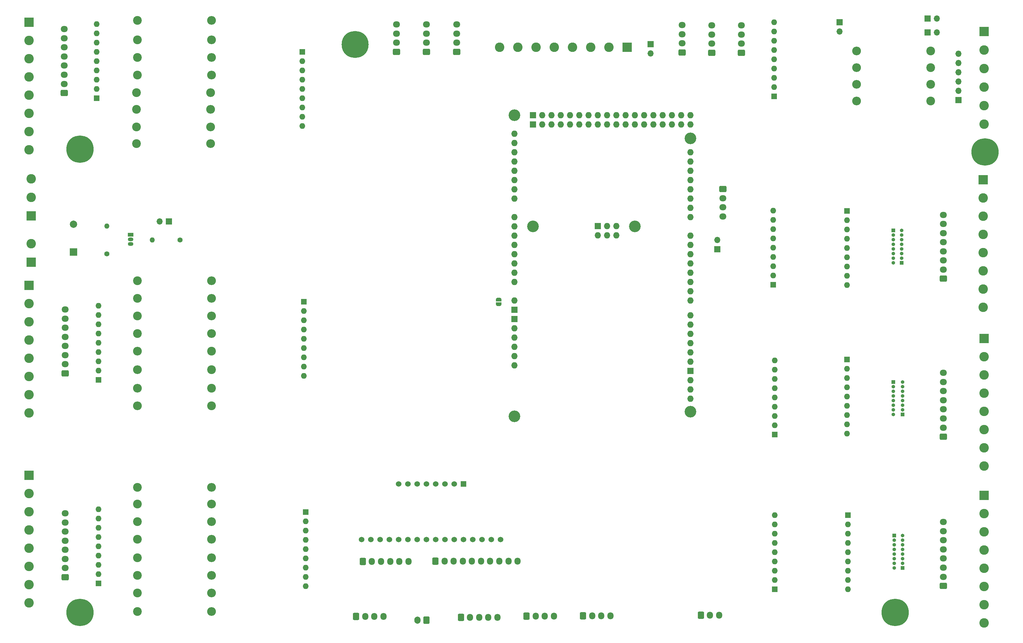
<source format=gbr>
%TF.GenerationSoftware,KiCad,Pcbnew,(6.0.6)*%
%TF.CreationDate,2023-01-13T15:08:00+05:30*%
%TF.ProjectId,MegaController,4d656761-436f-46e7-9472-6f6c6c65722e,V2.0*%
%TF.SameCoordinates,Original*%
%TF.FileFunction,Soldermask,Bot*%
%TF.FilePolarity,Negative*%
%FSLAX46Y46*%
G04 Gerber Fmt 4.6, Leading zero omitted, Abs format (unit mm)*
G04 Created by KiCad (PCBNEW (6.0.6)) date 2023-01-13 15:08:00*
%MOMM*%
%LPD*%
G01*
G04 APERTURE LIST*
G04 Aperture macros list*
%AMRoundRect*
0 Rectangle with rounded corners*
0 $1 Rounding radius*
0 $2 $3 $4 $5 $6 $7 $8 $9 X,Y pos of 4 corners*
0 Add a 4 corners polygon primitive as box body*
4,1,4,$2,$3,$4,$5,$6,$7,$8,$9,$2,$3,0*
0 Add four circle primitives for the rounded corners*
1,1,$1+$1,$2,$3*
1,1,$1+$1,$4,$5*
1,1,$1+$1,$6,$7*
1,1,$1+$1,$8,$9*
0 Add four rect primitives between the rounded corners*
20,1,$1+$1,$2,$3,$4,$5,0*
20,1,$1+$1,$4,$5,$6,$7,0*
20,1,$1+$1,$6,$7,$8,$9,0*
20,1,$1+$1,$8,$9,$2,$3,0*%
%AMFreePoly0*
4,1,22,0.500000,-0.750000,0.000000,-0.750000,0.000000,-0.745033,-0.079941,-0.743568,-0.215256,-0.701293,-0.333266,-0.622738,-0.424486,-0.514219,-0.481581,-0.384460,-0.499164,-0.250000,-0.500000,-0.250000,-0.500000,0.250000,-0.499164,0.250000,-0.499963,0.256109,-0.478152,0.396186,-0.417904,0.524511,-0.324060,0.630769,-0.204165,0.706417,-0.067858,0.745374,0.000000,0.744959,0.000000,0.750000,
0.500000,0.750000,0.500000,-0.750000,0.500000,-0.750000,$1*%
%AMFreePoly1*
4,1,20,0.000000,0.744959,0.073905,0.744508,0.209726,0.703889,0.328688,0.626782,0.421226,0.519385,0.479903,0.390333,0.500000,0.250000,0.500000,-0.250000,0.499851,-0.262216,0.476331,-0.402017,0.414519,-0.529596,0.319384,-0.634700,0.198574,-0.708877,0.061801,-0.746166,0.000000,-0.745033,0.000000,-0.750000,-0.500000,-0.750000,-0.500000,0.750000,0.000000,0.750000,0.000000,0.744959,
0.000000,0.744959,$1*%
G04 Aperture macros list end*
%ADD10O,1.700000X1.950000*%
%ADD11RoundRect,0.250000X-0.600000X-0.725000X0.600000X-0.725000X0.600000X0.725000X-0.600000X0.725000X0*%
%ADD12R,1.530000X1.530000*%
%ADD13C,1.530000*%
%ADD14R,1.600000X1.600000*%
%ADD15O,1.600000X1.600000*%
%ADD16R,1.500000X1.050000*%
%ADD17O,1.500000X1.050000*%
%ADD18C,2.400000*%
%ADD19O,2.400000X2.400000*%
%ADD20RoundRect,0.250000X0.725000X-0.600000X0.725000X0.600000X-0.725000X0.600000X-0.725000X-0.600000X0*%
%ADD21O,1.950000X1.700000*%
%ADD22C,1.400000*%
%ADD23O,1.400000X1.400000*%
%ADD24C,7.400000*%
%ADD25R,1.700000X1.700000*%
%ADD26O,1.700000X1.700000*%
%ADD27C,7.500000*%
%ADD28R,2.600000X2.600000*%
%ADD29C,2.600000*%
%ADD30O,1.700000X2.000000*%
%ADD31RoundRect,0.250000X0.600000X0.750000X-0.600000X0.750000X-0.600000X-0.750000X0.600000X-0.750000X0*%
%ADD32RoundRect,0.250000X-0.725000X0.600000X-0.725000X-0.600000X0.725000X-0.600000X0.725000X0.600000X0*%
%ADD33R,2.000000X2.000000*%
%ADD34C,2.000000*%
%ADD35O,1.727200X1.727200*%
%ADD36C,3.200000*%
%ADD37R,1.727200X1.727200*%
%ADD38R,1.000000X1.000000*%
%ADD39O,1.000000X1.000000*%
%ADD40FreePoly0,90.000000*%
%ADD41FreePoly1,90.000000*%
G04 APERTURE END LIST*
D10*
%TO.C,J39*%
X202250000Y-209007500D03*
X199750000Y-209007500D03*
X197250000Y-209007500D03*
X194750000Y-209007500D03*
X192250000Y-209007500D03*
X189750000Y-209007500D03*
X187250000Y-209007500D03*
X184750000Y-209007500D03*
X182250000Y-209007500D03*
D11*
X179750000Y-209007500D03*
%TD*%
%TO.C,J38*%
X159825000Y-209082500D03*
D10*
X162325000Y-209082500D03*
X164825000Y-209082500D03*
X167325000Y-209082500D03*
X169825000Y-209082500D03*
X172325000Y-209082500D03*
%TD*%
D12*
%TO.C,TB1*%
X187415000Y-187805000D03*
D13*
X184875000Y-187805000D03*
X182335000Y-187805000D03*
X179795000Y-187805000D03*
X177255000Y-187805000D03*
X174715000Y-187805000D03*
X172175000Y-187805000D03*
X169635000Y-187805000D03*
X197575000Y-203045000D03*
X195035000Y-203045000D03*
X192495000Y-203045000D03*
X189955000Y-203045000D03*
X187415000Y-203045000D03*
X184875000Y-203045000D03*
X182335000Y-203045000D03*
X179795000Y-203045000D03*
X177255000Y-203045000D03*
X174715000Y-203045000D03*
X172175000Y-203045000D03*
X169635000Y-203045000D03*
X167095000Y-203045000D03*
X164555000Y-203045000D03*
X162015000Y-203045000D03*
X159475000Y-203045000D03*
%TD*%
D14*
%TO.C,RN4*%
X272340000Y-133197000D03*
D15*
X272340000Y-130657000D03*
X272340000Y-128117000D03*
X272340000Y-125577000D03*
X272340000Y-123037000D03*
X272340000Y-120497000D03*
X272340000Y-117957000D03*
X272340000Y-115417000D03*
X272340000Y-112877000D03*
%TD*%
D14*
%TO.C,RN3*%
X292862000Y-196327000D03*
D15*
X292862000Y-198867000D03*
X292862000Y-201407000D03*
X292862000Y-203947000D03*
X292862000Y-206487000D03*
X292862000Y-209027000D03*
X292862000Y-211567000D03*
X292862000Y-214107000D03*
X292862000Y-216647000D03*
%TD*%
D16*
%TO.C,Q1*%
X96190000Y-119530000D03*
D17*
X96190000Y-120800000D03*
X96190000Y-122070000D03*
%TD*%
D18*
%TO.C,R6*%
X98044000Y-193330000D03*
D19*
X118364000Y-193330000D03*
%TD*%
D18*
%TO.C,R27*%
X97790000Y-80518000D03*
D19*
X118110000Y-80518000D03*
%TD*%
D20*
%TO.C,J37*%
X247396000Y-69522000D03*
D21*
X247396000Y-67022000D03*
X247396000Y-64522000D03*
X247396000Y-62022000D03*
%TD*%
D14*
%TO.C,RN1*%
X292608000Y-112989000D03*
D15*
X292608000Y-115529000D03*
X292608000Y-118069000D03*
X292608000Y-120609000D03*
X292608000Y-123149000D03*
X292608000Y-125689000D03*
X292608000Y-128229000D03*
X292608000Y-130769000D03*
X292608000Y-133309000D03*
%TD*%
D22*
%TO.C,R17*%
X109728000Y-120894000D03*
D23*
X102108000Y-120894000D03*
%TD*%
D18*
%TO.C,R4*%
X315519000Y-69088000D03*
D19*
X295199000Y-69088000D03*
%TD*%
D24*
%TO.C,H3*%
X157750000Y-67350000D03*
%TD*%
D25*
%TO.C,JP7*%
X314701000Y-60198000D03*
D26*
X317241000Y-60198000D03*
%TD*%
D14*
%TO.C,RN8*%
X144196000Y-195557000D03*
D15*
X144196000Y-198097000D03*
X144196000Y-200637000D03*
X144196000Y-203177000D03*
X144196000Y-205717000D03*
X144196000Y-208257000D03*
X144196000Y-210797000D03*
X144196000Y-213337000D03*
X144196000Y-215877000D03*
%TD*%
D20*
%TO.C,J36*%
X255524000Y-69596000D03*
D21*
X255524000Y-67096000D03*
X255524000Y-64596000D03*
X255524000Y-62096000D03*
%TD*%
D18*
%TO.C,R10*%
X98044000Y-212852000D03*
D19*
X118364000Y-212852000D03*
%TD*%
D20*
%TO.C,J35*%
X263652000Y-69596000D03*
D21*
X263652000Y-67096000D03*
X263652000Y-64596000D03*
X263652000Y-62096000D03*
%TD*%
D27*
%TO.C,H1*%
X305816000Y-223000000D03*
%TD*%
D20*
%TO.C,J15*%
X77961000Y-80632000D03*
D21*
X77961000Y-78132000D03*
X77961000Y-75632000D03*
X77961000Y-73132000D03*
X77961000Y-70632000D03*
X77961000Y-68132000D03*
X77961000Y-65632000D03*
X77961000Y-63132000D03*
%TD*%
D28*
%TO.C,J12*%
X68885000Y-127005000D03*
D29*
X68885000Y-121925000D03*
%TD*%
D18*
%TO.C,R15*%
X98044000Y-141732000D03*
D19*
X118364000Y-141732000D03*
%TD*%
D14*
%TO.C,RN9*%
X143625000Y-137825000D03*
D15*
X143625000Y-140365000D03*
X143625000Y-142905000D03*
X143625000Y-145445000D03*
X143625000Y-147985000D03*
X143625000Y-150525000D03*
X143625000Y-153065000D03*
X143625000Y-155605000D03*
X143625000Y-158145000D03*
%TD*%
D25*
%TO.C,J10*%
X323139000Y-82550000D03*
D26*
X323139000Y-80010000D03*
X323139000Y-77470000D03*
X323139000Y-74930000D03*
X323139000Y-72390000D03*
X323139000Y-69850000D03*
%TD*%
D18*
%TO.C,R29*%
X97790000Y-89916000D03*
D19*
X118110000Y-89916000D03*
%TD*%
D14*
%TO.C,RN12*%
X87376000Y-159273000D03*
D15*
X87376000Y-156733000D03*
X87376000Y-154193000D03*
X87376000Y-151653000D03*
X87376000Y-149113000D03*
X87376000Y-146573000D03*
X87376000Y-144033000D03*
X87376000Y-141493000D03*
X87376000Y-138953000D03*
%TD*%
D18*
%TO.C,R30*%
X97790000Y-94488000D03*
D19*
X118110000Y-94488000D03*
%TD*%
D18*
%TO.C,R14*%
X98044000Y-136906000D03*
D19*
X118364000Y-136906000D03*
%TD*%
D14*
%TO.C,RN11*%
X87393000Y-215039000D03*
D15*
X87393000Y-212499000D03*
X87393000Y-209959000D03*
X87393000Y-207419000D03*
X87393000Y-204879000D03*
X87393000Y-202339000D03*
X87393000Y-199799000D03*
X87393000Y-197259000D03*
X87393000Y-194719000D03*
%TD*%
D20*
%TO.C,J19*%
X319024000Y-131546000D03*
D21*
X319024000Y-129046000D03*
X319024000Y-126546000D03*
X319024000Y-124046000D03*
X319024000Y-121546000D03*
X319024000Y-119046000D03*
X319024000Y-116546000D03*
X319024000Y-114046000D03*
%TD*%
D25*
%TO.C,JP2*%
X106680000Y-115814000D03*
D26*
X104140000Y-115814000D03*
%TD*%
D30*
%TO.C,J28*%
X174799000Y-225116000D03*
D31*
X177299000Y-225116000D03*
%TD*%
D28*
%TO.C,J31*%
X68326000Y-185420000D03*
D29*
X68326000Y-190420000D03*
X68326000Y-195420000D03*
X68326000Y-200420000D03*
X68326000Y-205420000D03*
X68326000Y-210420000D03*
X68326000Y-215420000D03*
X68326000Y-220420000D03*
%TD*%
D20*
%TO.C,J33*%
X177306000Y-69342000D03*
D21*
X177306000Y-66842000D03*
X177306000Y-64342000D03*
X177306000Y-61842000D03*
%TD*%
D18*
%TO.C,R19*%
X118364000Y-151384000D03*
D19*
X98044000Y-151384000D03*
%TD*%
D18*
%TO.C,R21*%
X118364000Y-161544000D03*
D19*
X98044000Y-161544000D03*
%TD*%
D11*
%TO.C,J24*%
X204725000Y-224071000D03*
D10*
X207225000Y-224071000D03*
X209725000Y-224071000D03*
X212225000Y-224071000D03*
%TD*%
D25*
%TO.C,JP6*%
X314706000Y-64008000D03*
D26*
X317246000Y-64008000D03*
%TD*%
D20*
%TO.C,J32*%
X185608000Y-69342000D03*
D21*
X185608000Y-66842000D03*
X185608000Y-64342000D03*
X185608000Y-61842000D03*
%TD*%
D28*
%TO.C,J29*%
X68326000Y-133350000D03*
D29*
X68326000Y-138350000D03*
X68326000Y-143350000D03*
X68326000Y-148350000D03*
X68326000Y-153350000D03*
X68326000Y-158350000D03*
X68326000Y-163350000D03*
X68326000Y-168350000D03*
%TD*%
D14*
%TO.C,RN6*%
X272796000Y-216662000D03*
D15*
X272796000Y-214122000D03*
X272796000Y-211582000D03*
X272796000Y-209042000D03*
X272796000Y-206502000D03*
X272796000Y-203962000D03*
X272796000Y-201422000D03*
X272796000Y-198882000D03*
X272796000Y-196342000D03*
%TD*%
D27*
%TO.C,H2*%
X82300000Y-223000000D03*
%TD*%
D32*
%TO.C,J11*%
X258589000Y-106994000D03*
D21*
X258589000Y-109494000D03*
X258589000Y-111994000D03*
X258589000Y-114494000D03*
%TD*%
D28*
%TO.C,J18*%
X329895000Y-104394000D03*
D29*
X329895000Y-109394000D03*
X329895000Y-114394000D03*
X329895000Y-119394000D03*
X329895000Y-124394000D03*
X329895000Y-129394000D03*
X329895000Y-134394000D03*
X329895000Y-139394000D03*
%TD*%
D22*
%TO.C,R18*%
X89662000Y-124704000D03*
D23*
X89662000Y-117084000D03*
%TD*%
D25*
%TO.C,J8*%
X257065000Y-123504000D03*
D26*
X257065000Y-120964000D03*
%TD*%
D18*
%TO.C,R8*%
X98044000Y-202946000D03*
D19*
X118364000Y-202946000D03*
%TD*%
D25*
%TO.C,JP4*%
X238760000Y-67260000D03*
D26*
X238760000Y-69800000D03*
%TD*%
D14*
%TO.C,RN13*%
X86868000Y-82057000D03*
D15*
X86868000Y-79517000D03*
X86868000Y-76977000D03*
X86868000Y-74437000D03*
X86868000Y-71897000D03*
X86868000Y-69357000D03*
X86868000Y-66817000D03*
X86868000Y-64277000D03*
X86868000Y-61737000D03*
%TD*%
D18*
%TO.C,R1*%
X315519000Y-82804000D03*
D19*
X295199000Y-82804000D03*
%TD*%
D20*
%TO.C,J34*%
X169098000Y-69342000D03*
D21*
X169098000Y-66842000D03*
X169098000Y-64342000D03*
X169098000Y-61842000D03*
%TD*%
D11*
%TO.C,J26*%
X252516000Y-223774000D03*
D10*
X255016000Y-223774000D03*
X257516000Y-223774000D03*
%TD*%
D28*
%TO.C,J20*%
X330166000Y-190920000D03*
D29*
X330166000Y-195920000D03*
X330166000Y-200920000D03*
X330166000Y-205920000D03*
X330166000Y-210920000D03*
X330166000Y-215920000D03*
X330166000Y-220920000D03*
X330166000Y-225920000D03*
%TD*%
D18*
%TO.C,R28*%
X97790000Y-85090000D03*
D19*
X118110000Y-85090000D03*
%TD*%
D27*
%TO.C,H5*%
X82300000Y-96012000D03*
%TD*%
D14*
%TO.C,RN5*%
X272796000Y-174244000D03*
D15*
X272796000Y-171704000D03*
X272796000Y-169164000D03*
X272796000Y-166624000D03*
X272796000Y-164084000D03*
X272796000Y-161544000D03*
X272796000Y-159004000D03*
X272796000Y-156464000D03*
X272796000Y-153924000D03*
%TD*%
D20*
%TO.C,J13*%
X78232000Y-213360000D03*
D21*
X78232000Y-210860000D03*
X78232000Y-208360000D03*
X78232000Y-205860000D03*
X78232000Y-203360000D03*
X78232000Y-200860000D03*
X78232000Y-198360000D03*
X78232000Y-195860000D03*
%TD*%
D28*
%TO.C,J30*%
X68326000Y-61240000D03*
D29*
X68326000Y-66240000D03*
X68326000Y-71240000D03*
X68326000Y-76240000D03*
X68326000Y-81240000D03*
X68326000Y-86240000D03*
X68326000Y-91240000D03*
X68326000Y-96240000D03*
%TD*%
D11*
%TO.C,J25*%
X220225000Y-224000000D03*
D10*
X222725000Y-224000000D03*
X225225000Y-224000000D03*
X227725000Y-224000000D03*
%TD*%
D18*
%TO.C,R12*%
X98044000Y-222758000D03*
D19*
X118364000Y-222758000D03*
%TD*%
D33*
%TO.C,BZ1*%
X80518000Y-124196000D03*
D34*
X80518000Y-116596000D03*
%TD*%
D28*
%TO.C,J17*%
X68885000Y-114305000D03*
D29*
X68885000Y-109225000D03*
X68885000Y-104145000D03*
%TD*%
D18*
%TO.C,R11*%
X98044000Y-217678000D03*
D19*
X118364000Y-217678000D03*
%TD*%
D18*
%TO.C,R24*%
X98044000Y-66040000D03*
D19*
X118364000Y-66040000D03*
%TD*%
D14*
%TO.C,RN2*%
X292608000Y-153670000D03*
D15*
X292608000Y-156210000D03*
X292608000Y-158750000D03*
X292608000Y-161290000D03*
X292608000Y-163830000D03*
X292608000Y-166370000D03*
X292608000Y-168910000D03*
X292608000Y-171450000D03*
X292608000Y-173990000D03*
%TD*%
D18*
%TO.C,R9*%
X98044000Y-208026000D03*
D19*
X118364000Y-208026000D03*
%TD*%
D18*
%TO.C,R3*%
X315519000Y-73660000D03*
D19*
X295199000Y-73660000D03*
%TD*%
D14*
%TO.C,RN7*%
X272593000Y-81549000D03*
D15*
X272593000Y-79009000D03*
X272593000Y-76469000D03*
X272593000Y-73929000D03*
X272593000Y-71389000D03*
X272593000Y-68849000D03*
X272593000Y-66309000D03*
X272593000Y-63769000D03*
X272593000Y-61229000D03*
%TD*%
D25*
%TO.C,JP5*%
X290576000Y-61209000D03*
D26*
X290576000Y-63749000D03*
%TD*%
D20*
%TO.C,J23*%
X319007000Y-174866000D03*
D21*
X319007000Y-172366000D03*
X319007000Y-169866000D03*
X319007000Y-167366000D03*
X319007000Y-164866000D03*
X319007000Y-162366000D03*
X319007000Y-159866000D03*
X319007000Y-157366000D03*
%TD*%
D27*
%TO.C,H4*%
X330454000Y-96774000D03*
%TD*%
D18*
%TO.C,R23*%
X98044000Y-60706000D03*
D19*
X118364000Y-60706000D03*
%TD*%
D20*
%TO.C,J14*%
X78215000Y-157480000D03*
D21*
X78215000Y-154980000D03*
X78215000Y-152480000D03*
X78215000Y-149980000D03*
X78215000Y-147480000D03*
X78215000Y-144980000D03*
X78215000Y-142480000D03*
X78215000Y-139980000D03*
%TD*%
D18*
%TO.C,R25*%
X98044000Y-70866000D03*
D19*
X118364000Y-70866000D03*
%TD*%
D18*
%TO.C,R5*%
X98044000Y-188758000D03*
D19*
X118364000Y-188758000D03*
%TD*%
D20*
%TO.C,J22*%
X319007000Y-215760000D03*
D21*
X319007000Y-213260000D03*
X319007000Y-210760000D03*
X319007000Y-208260000D03*
X319007000Y-205760000D03*
X319007000Y-203260000D03*
X319007000Y-200760000D03*
X319007000Y-198260000D03*
%TD*%
D28*
%TO.C,J21*%
X330183000Y-147928000D03*
D29*
X330183000Y-152928000D03*
X330183000Y-157928000D03*
X330183000Y-162928000D03*
X330183000Y-167928000D03*
X330183000Y-172928000D03*
X330183000Y-177928000D03*
X330183000Y-182928000D03*
%TD*%
D18*
%TO.C,R26*%
X98044000Y-75692000D03*
D19*
X118364000Y-75692000D03*
%TD*%
D18*
%TO.C,R20*%
X118364000Y-156464000D03*
D19*
X98044000Y-156464000D03*
%TD*%
D15*
%TO.C,RN10*%
X143225000Y-89720000D03*
X143225000Y-87180000D03*
X143225000Y-84640000D03*
X143225000Y-82100000D03*
X143225000Y-79560000D03*
X143225000Y-77020000D03*
X143225000Y-74480000D03*
X143225000Y-71940000D03*
D14*
X143225000Y-69400000D03*
%TD*%
D18*
%TO.C,R16*%
X98044000Y-146558000D03*
D19*
X118364000Y-146558000D03*
%TD*%
D28*
%TO.C,J9*%
X330200000Y-63754000D03*
D29*
X330200000Y-68834000D03*
X330200000Y-73914000D03*
X330200000Y-78994000D03*
X330200000Y-84074000D03*
X330200000Y-89154000D03*
%TD*%
D28*
%TO.C,J27*%
X232344000Y-68072000D03*
D29*
X227344000Y-68072000D03*
X222344000Y-68072000D03*
X217344000Y-68072000D03*
X212344000Y-68072000D03*
X207344000Y-68072000D03*
X202344000Y-68072000D03*
X197344000Y-68072000D03*
%TD*%
D18*
%TO.C,R13*%
X98044000Y-132080000D03*
D19*
X118364000Y-132080000D03*
%TD*%
D18*
%TO.C,R22*%
X118364000Y-166370000D03*
D19*
X98044000Y-166370000D03*
%TD*%
D18*
%TO.C,R2*%
X315519000Y-78232000D03*
D19*
X295199000Y-78232000D03*
%TD*%
D18*
%TO.C,R7*%
X98044000Y-198120000D03*
D19*
X118364000Y-198120000D03*
%TD*%
D11*
%TO.C,J7*%
X186717000Y-224354000D03*
D10*
X189217000Y-224354000D03*
X191717000Y-224354000D03*
X194217000Y-224354000D03*
X196717000Y-224354000D03*
%TD*%
%TO.C,J16*%
X165475000Y-224100000D03*
X162975000Y-224100000D03*
X160475000Y-224100000D03*
D11*
X157975000Y-224100000D03*
%TD*%
D35*
%TO.C,XA1*%
X201422000Y-155326000D03*
D36*
X249682000Y-168026000D03*
X206502000Y-117226000D03*
X249682000Y-93096000D03*
X201422000Y-169296000D03*
X234442000Y-117226000D03*
X201422000Y-86746000D03*
D35*
X201422000Y-147706000D03*
X201422000Y-145166000D03*
X229362000Y-117099000D03*
X249682000Y-89286000D03*
X249682000Y-86746000D03*
X201422000Y-132466000D03*
X201422000Y-129926000D03*
X201422000Y-127386000D03*
X201422000Y-124846000D03*
X201422000Y-122306000D03*
X201422000Y-119766000D03*
X201422000Y-117226000D03*
X201422000Y-114686000D03*
X201422000Y-109606000D03*
X201422000Y-107066000D03*
X201422000Y-104526000D03*
X201422000Y-101986000D03*
X201422000Y-99446000D03*
X201422000Y-96906000D03*
X201422000Y-94366000D03*
X201422000Y-91826000D03*
X249682000Y-159390000D03*
X249682000Y-119766000D03*
X249682000Y-122306000D03*
X249682000Y-124846000D03*
X249682000Y-127386000D03*
X249682000Y-129926000D03*
X249682000Y-132466000D03*
X249682000Y-135006000D03*
X249682000Y-137546000D03*
X249682000Y-141610000D03*
X249682000Y-144150000D03*
X249682000Y-146690000D03*
X249682000Y-149230000D03*
X249682000Y-151770000D03*
X249682000Y-154310000D03*
X249682000Y-114686000D03*
X249682000Y-112146000D03*
X249682000Y-109606000D03*
X249682000Y-107066000D03*
X249682000Y-104526000D03*
X249682000Y-101986000D03*
X249682000Y-99446000D03*
X249682000Y-96906000D03*
X247142000Y-89286000D03*
X247142000Y-86746000D03*
X244602000Y-89286000D03*
X244602000Y-86746000D03*
X242062000Y-89286000D03*
X242062000Y-86746000D03*
X239522000Y-89286000D03*
X239522000Y-86746000D03*
X236982000Y-89286000D03*
X236982000Y-86746000D03*
X234442000Y-89286000D03*
X234442000Y-86746000D03*
X231902000Y-89286000D03*
X231902000Y-86746000D03*
X229362000Y-89286000D03*
X229362000Y-86746000D03*
X226822000Y-89286000D03*
X226822000Y-86746000D03*
X224282000Y-89286000D03*
X224282000Y-86746000D03*
X221742000Y-89286000D03*
X221742000Y-86746000D03*
X219202000Y-89286000D03*
X219202000Y-86746000D03*
X216662000Y-89286000D03*
X216662000Y-86746000D03*
X214122000Y-89286000D03*
X214122000Y-86746000D03*
X211582000Y-89286000D03*
X211582000Y-86746000D03*
X209042000Y-89286000D03*
X209042000Y-86746000D03*
D37*
X249682000Y-156850000D03*
X201422000Y-142626000D03*
X201422000Y-140086000D03*
X224282000Y-117099000D03*
X206502000Y-89286000D03*
X206502000Y-86746000D03*
D35*
X201422000Y-152786000D03*
X229362000Y-119639000D03*
X226822000Y-117099000D03*
X201422000Y-150246000D03*
X224282000Y-119639000D03*
X226822000Y-119639000D03*
X249682000Y-164470000D03*
X249682000Y-161930000D03*
X201422000Y-137546000D03*
%TD*%
D38*
%TO.C,J5*%
X307848000Y-210820000D03*
D39*
X307848000Y-209550000D03*
X307848000Y-208280000D03*
X307848000Y-207010000D03*
X307848000Y-205740000D03*
X307848000Y-204470000D03*
X307848000Y-203200000D03*
X307848000Y-201930000D03*
%TD*%
D38*
%TO.C,J4*%
X307848000Y-168788000D03*
D39*
X307848000Y-167518000D03*
X307848000Y-166248000D03*
X307848000Y-164978000D03*
X307848000Y-163708000D03*
X307848000Y-162438000D03*
X307848000Y-161168000D03*
X307848000Y-159898000D03*
%TD*%
D38*
%TO.C,J2*%
X305553200Y-201914700D03*
D39*
X305553200Y-203184700D03*
X305553200Y-204454700D03*
X305553200Y-205724700D03*
X305553200Y-206994700D03*
X305553200Y-208264700D03*
X305553200Y-209534700D03*
X305553200Y-210804700D03*
%TD*%
D38*
%TO.C,J6*%
X307594000Y-127228000D03*
D39*
X307594000Y-125958000D03*
X307594000Y-124688000D03*
X307594000Y-123418000D03*
X307594000Y-122148000D03*
X307594000Y-120878000D03*
X307594000Y-119608000D03*
X307594000Y-118338000D03*
%TD*%
D38*
%TO.C,J3*%
X305308000Y-118328000D03*
D39*
X305308000Y-119598000D03*
X305308000Y-120868000D03*
X305308000Y-122138000D03*
X305308000Y-123408000D03*
X305308000Y-124678000D03*
X305308000Y-125948000D03*
X305308000Y-127218000D03*
%TD*%
D40*
%TO.C,JP1*%
X197104000Y-138572000D03*
D41*
X197104000Y-137272000D03*
%TD*%
D38*
%TO.C,J1*%
X305308000Y-159888000D03*
D39*
X305308000Y-161158000D03*
X305308000Y-162428000D03*
X305308000Y-163698000D03*
X305308000Y-164968000D03*
X305308000Y-166238000D03*
X305308000Y-167508000D03*
X305308000Y-168778000D03*
%TD*%
M02*

</source>
